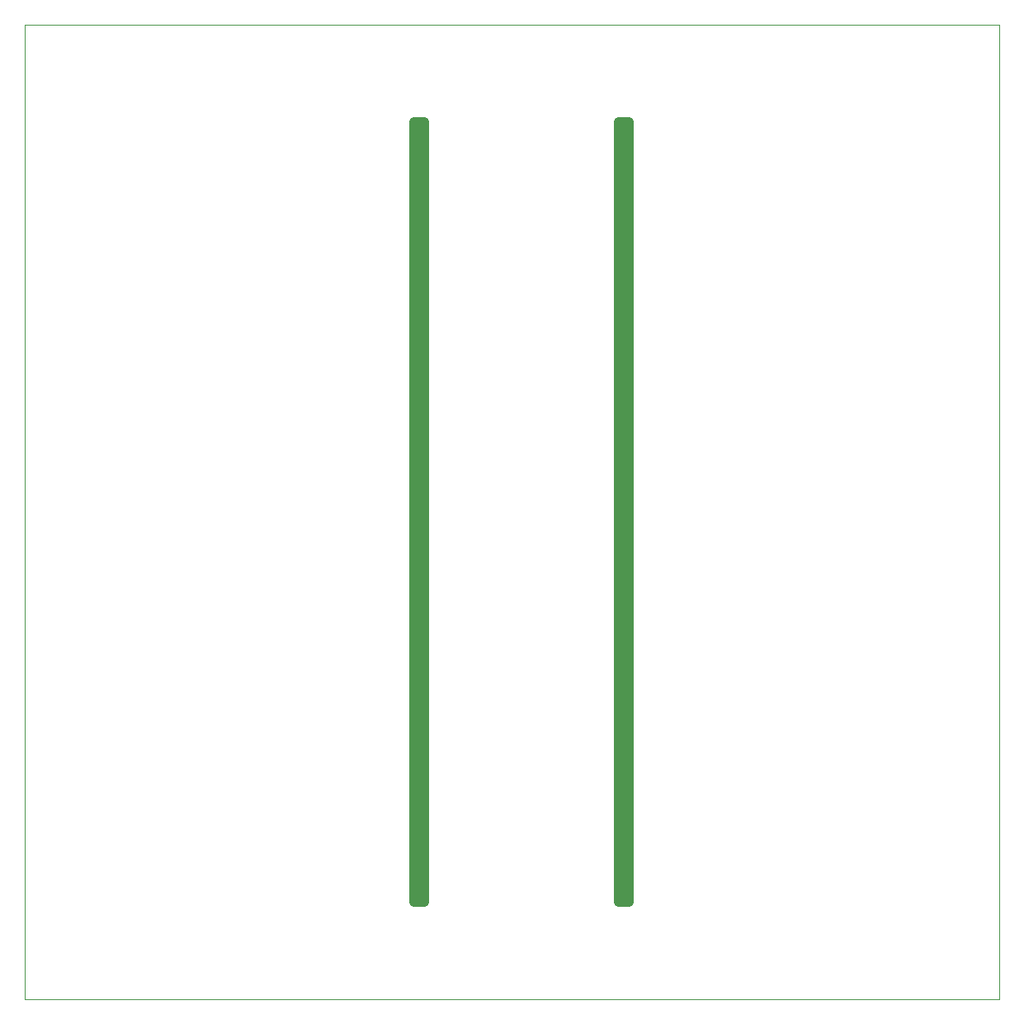
<source format=gbr>
%TF.GenerationSoftware,KiCad,Pcbnew,(5.1.0)-1*%
%TF.CreationDate,2019-10-07T23:17:39+02:00*%
%TF.ProjectId,KicadJE_MoogVCF_1,4b696361-644a-4455-9f4d-6f6f67564346,rev?*%
%TF.SameCoordinates,Original*%
%TF.FileFunction,Profile,NP*%
%FSLAX46Y46*%
G04 Gerber Fmt 4.6, Leading zero omitted, Abs format (unit mm)*
G04 Created by KiCad (PCBNEW (5.1.0)-1) date 2019-10-07 23:17:39*
%MOMM*%
%LPD*%
G04 APERTURE LIST*
%ADD10C,1.000000*%
%ADD11C,0.050000*%
G04 APERTURE END LIST*
D10*
X111000000Y-60000000D02*
X111000000Y-140000000D01*
X112000000Y-60000000D02*
X112000000Y-140000000D01*
X111000000Y-140000000D02*
X112000000Y-140000000D01*
X111000000Y-60000000D02*
X112000000Y-60000000D01*
X90000000Y-60000000D02*
X91000000Y-60000000D01*
X90000000Y-140000000D02*
X91000000Y-140000000D01*
X91000000Y-60000000D02*
X91000000Y-140000000D01*
X90000000Y-60000000D02*
X90000000Y-140000000D01*
D11*
X50000000Y-150000000D02*
X50000000Y-50000000D01*
X150000000Y-150000000D02*
X50000000Y-150000000D01*
X150000000Y-50000000D02*
X150000000Y-150000000D01*
X50000000Y-50000000D02*
X150000000Y-50000000D01*
M02*

</source>
